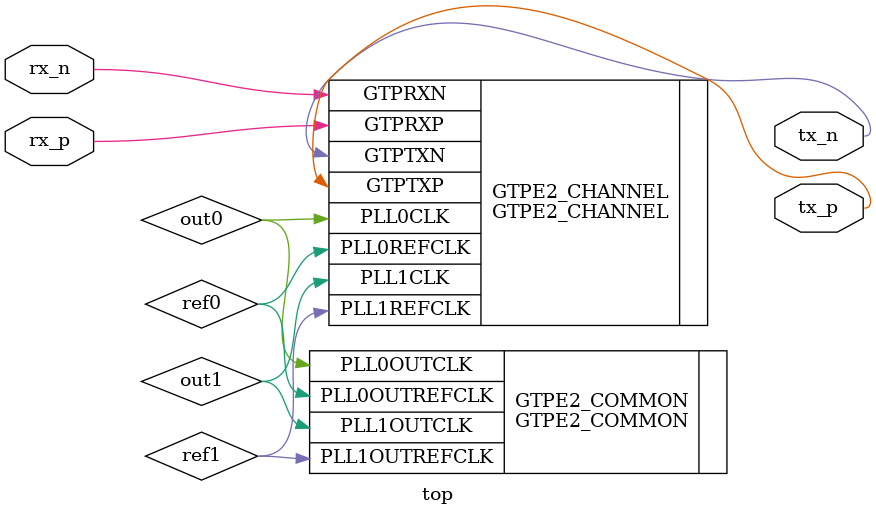
<source format=v>
module top (
    input  wire rx_n,
    input  wire rx_p,
    output wire tx_n,
    output wire tx_p
);

  wire out0, out1, ref0, ref1;

  GTPE2_CHANNEL GTPE2_CHANNEL (
      .GTPRXN(rx_n),
      .GTPRXP(rx_p),
      .GTPTXN(tx_n),
      .GTPTXP(tx_p),
      .PLL0CLK(out0),
      .PLL0REFCLK(ref0),
      .PLL1CLK(out1),
      .PLL1REFCLK(ref1)
  );

  GTPE2_COMMON #(
      .PLL0_FBDIV(3'd5),
      .PLL0_FBDIV_45(3'd4),
      .PLL0_REFCLK_DIV(1'd1)
  ) GTPE2_COMMON (
      .PLL0OUTCLK(out0),
      .PLL0OUTREFCLK(ref0),
      .PLL1OUTCLK(out1),
      .PLL1OUTREFCLK(ref1)
  );

endmodule

</source>
